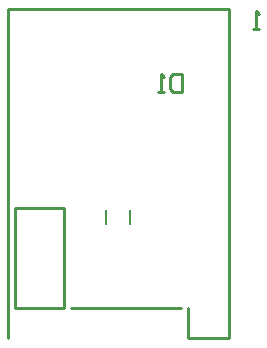
<source format=gbo>
G04 Layer_Color=32896*
%FSLAX44Y44*%
%MOMM*%
G71*
G01*
G75*
%ADD27C,0.2540*%
%ADD41C,0.1524*%
D27*
X459740Y474980D02*
X552450D01*
X412420D02*
X453840D01*
X412420D02*
Y559580D01*
X453840Y474980D02*
Y559580D01*
X412420D02*
X453840D01*
X558470Y449580D02*
Y474980D01*
Y449580D02*
X592760D01*
X593070D02*
Y728080D01*
X406070D02*
X593070D01*
X406070Y449580D02*
Y728080D01*
X618744Y711454D02*
X613666D01*
X616205D01*
Y726689D01*
X618744Y724150D01*
X553720Y673095D02*
Y657860D01*
X546102D01*
X543563Y660399D01*
Y670556D01*
X546102Y673095D01*
X553720D01*
X538485Y657860D02*
X533407D01*
X535946D01*
Y673095D01*
X538485Y670556D01*
D41*
X509330Y546600D02*
Y558300D01*
X488890Y546600D02*
Y558300D01*
M02*

</source>
